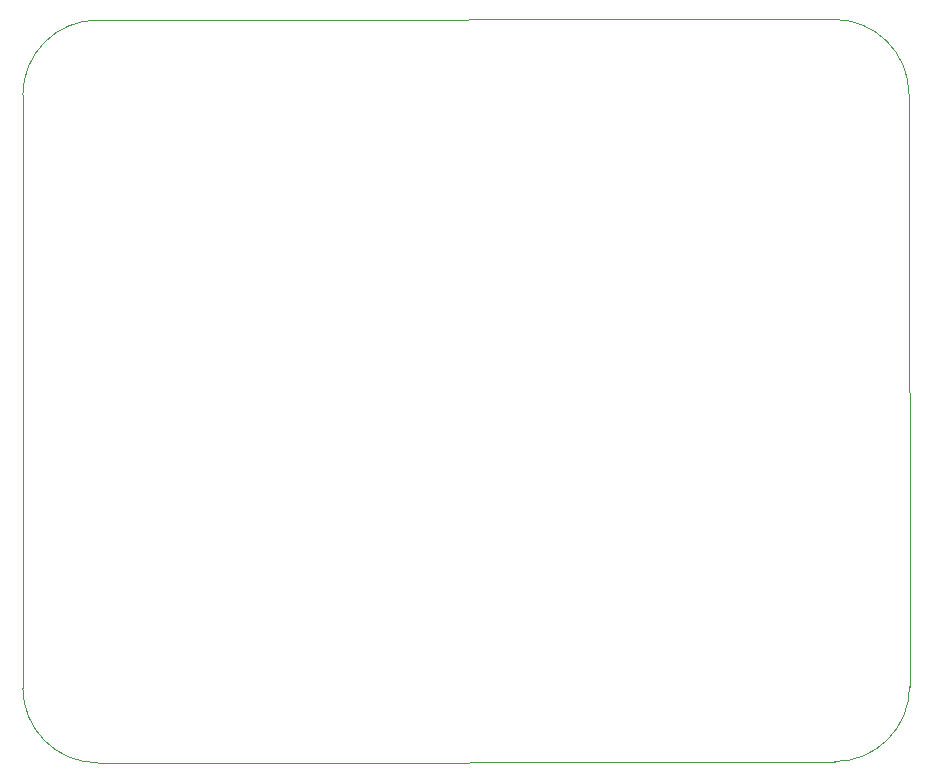
<source format=gbr>
%TF.GenerationSoftware,KiCad,Pcbnew,(7.0.0)*%
%TF.CreationDate,2023-06-28T18:16:18+03:00*%
%TF.ProjectId,GeoLock,47656f4c-6f63-46b2-9e6b-696361645f70,rev?*%
%TF.SameCoordinates,Original*%
%TF.FileFunction,Profile,NP*%
%FSLAX46Y46*%
G04 Gerber Fmt 4.6, Leading zero omitted, Abs format (unit mm)*
G04 Created by KiCad (PCBNEW (7.0.0)) date 2023-06-28 18:16:18*
%MOMM*%
%LPD*%
G01*
G04 APERTURE LIST*
%TA.AperFunction,Profile*%
%ADD10C,0.100000*%
%TD*%
G04 APERTURE END LIST*
D10*
X99448400Y-116922400D02*
G75*
G03*
X105798400Y-123272400I6350000J0D01*
G01*
X168180800Y-123170800D02*
X105798400Y-123272400D01*
X174480000Y-66681200D02*
X174530800Y-116820800D01*
X105798400Y-60382800D02*
X168130000Y-60331200D01*
X105798400Y-60382800D02*
G75*
G03*
X99448400Y-66732800I0J-6350000D01*
G01*
X99448400Y-116922400D02*
X99448400Y-66732800D01*
X174480000Y-66681200D02*
G75*
G03*
X168130000Y-60331200I-6350000J0D01*
G01*
X168180800Y-123170800D02*
G75*
G03*
X174530800Y-116820800I0J6350000D01*
G01*
M02*

</source>
